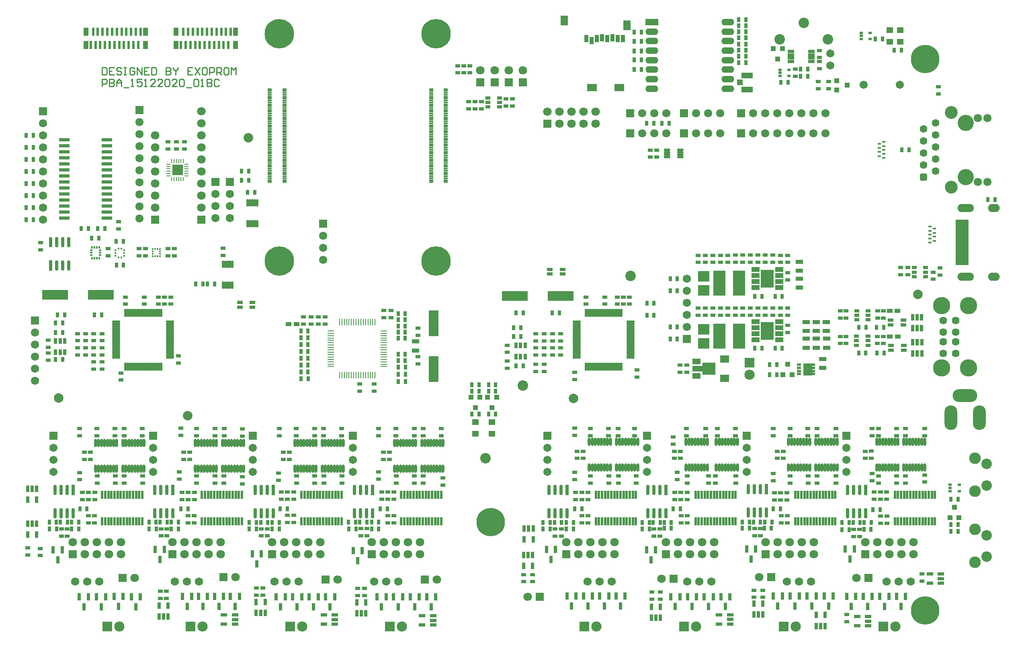
<source format=gts>
G04*
G04 #@! TF.GenerationSoftware,Altium Limited,Altium Designer,19.0.15 (446)*
G04*
G04 Layer_Color=8388736*
%FSLAX43Y43*%
%MOMM*%
G71*
G01*
G75*
%ADD13C,0.254*%
%ADD22R,0.279X1.462*%
%ADD28R,1.462X0.279*%
%ADD35R,0.813X1.499*%
%ADD41C,2.000*%
%ADD59R,0.600X0.300*%
%ADD60R,0.300X0.600*%
%ADD61R,0.305X0.457*%
%ADD62R,0.457X0.305*%
%ADD63R,0.300X0.300*%
%ADD64R,0.300X0.300*%
%ADD80R,0.808X0.225*%
%ADD81R,0.225X0.808*%
%ADD83R,2.134X5.537*%
%ADD84R,5.537X2.134*%
%ADD85R,0.803X1.103*%
%ADD86R,1.103X0.803*%
%ADD87R,1.153X0.903*%
%ADD88R,0.803X1.503*%
%ADD89R,0.803X0.403*%
%ADD90R,1.403X0.803*%
%ADD91R,0.803X1.403*%
%ADD92R,2.007X1.600*%
%ADD93R,1.600X2.108*%
%ADD94R,0.702X0.522*%
G04:AMPARAMS|DCode=95|XSize=1.603mm|YSize=0.503mm|CornerRadius=0.177mm|HoleSize=0mm|Usage=FLASHONLY|Rotation=90.000|XOffset=0mm|YOffset=0mm|HoleType=Round|Shape=RoundedRectangle|*
%AMROUNDEDRECTD95*
21,1,1.603,0.150,0,0,90.0*
21,1,1.250,0.503,0,0,90.0*
1,1,0.353,0.075,0.625*
1,1,0.353,0.075,-0.625*
1,1,0.353,-0.075,-0.625*
1,1,0.353,-0.075,0.625*
%
%ADD95ROUNDEDRECTD95*%
%ADD96R,0.503X1.753*%
%ADD97O,0.603X1.753*%
%ADD98R,1.303X0.803*%
%ADD99R,0.903X0.403*%
%ADD100C,2.203*%
%ADD101R,2.403X1.253*%
%ADD102R,1.253X1.203*%
%ADD103R,1.453X1.303*%
%ADD104R,1.003X1.003*%
%ADD105R,2.403X2.203*%
%ADD106R,1.503X0.903*%
G04:AMPARAMS|DCode=107|XSize=1.763mm|YSize=0.483mm|CornerRadius=0.137mm|HoleSize=0mm|Usage=FLASHONLY|Rotation=0.000|XOffset=0mm|YOffset=0mm|HoleType=Round|Shape=RoundedRectangle|*
%AMROUNDEDRECTD107*
21,1,1.763,0.210,0,0,0.0*
21,1,1.490,0.483,0,0,0.0*
1,1,0.273,0.745,-0.105*
1,1,0.273,-0.745,-0.105*
1,1,0.273,-0.745,0.105*
1,1,0.273,0.745,0.105*
%
%ADD107ROUNDEDRECTD107*%
G04:AMPARAMS|DCode=108|XSize=1.763mm|YSize=0.483mm|CornerRadius=0.137mm|HoleSize=0mm|Usage=FLASHONLY|Rotation=90.000|XOffset=0mm|YOffset=0mm|HoleType=Round|Shape=RoundedRectangle|*
%AMROUNDEDRECTD108*
21,1,1.763,0.210,0,0,90.0*
21,1,1.490,0.483,0,0,90.0*
1,1,0.273,0.105,0.745*
1,1,0.273,0.105,-0.745*
1,1,0.273,-0.105,-0.745*
1,1,0.273,-0.105,0.745*
%
%ADD108ROUNDEDRECTD108*%
%ADD109R,1.003X1.703*%
%ADD110R,0.603X1.703*%
%ADD111R,0.733X2.183*%
%ADD112O,0.733X2.183*%
%ADD113R,1.843X1.603*%
%ADD114R,2.803X0.503*%
%ADD115R,0.803X1.203*%
%ADD116R,1.003X0.753*%
%ADD117R,1.353X0.803*%
%ADD118R,1.353X0.653*%
%ADD119R,1.003X1.003*%
%ADD120R,0.903X0.623*%
%ADD121R,1.913X2.573*%
%ADD122R,1.703X1.203*%
%ADD123R,2.803X2.603*%
%ADD124R,2.403X1.203*%
%ADD125R,2.553X5.303*%
%ADD126R,1.708X1.005*%
%ADD127R,2.816X3.705*%
G04:AMPARAMS|DCode=128|XSize=1.323mm|YSize=0.473mm|CornerRadius=0.135mm|HoleSize=0mm|Usage=FLASHONLY|Rotation=180.000|XOffset=0mm|YOffset=0mm|HoleType=Round|Shape=RoundedRectangle|*
%AMROUNDEDRECTD128*
21,1,1.323,0.203,0,0,180.0*
21,1,1.053,0.473,0,0,180.0*
1,1,0.271,-0.526,0.101*
1,1,0.271,0.526,0.101*
1,1,0.271,0.526,-0.101*
1,1,0.271,-0.526,-0.101*
%
%ADD128ROUNDEDRECTD128*%
%ADD129R,2.184X0.762*%
%ADD130R,2.703X1.403*%
%ADD131O,2.703X1.403*%
%ADD132R,2.261X2.261*%
%ADD133C,1.723*%
%ADD134R,1.723X1.723*%
%ADD135C,2.153*%
%ADD136R,2.153X2.153*%
%ADD137R,2.153X2.153*%
%ADD138C,1.803*%
%ADD139R,1.803X1.803*%
%ADD140C,1.727*%
%ADD141R,1.711X1.711*%
%ADD142C,1.711*%
%ADD143O,2.703X5.203*%
%ADD144O,5.203X2.703*%
%ADD145C,6.000*%
%ADD146C,1.623*%
%ADD147C,3.653*%
%ADD148C,1.703*%
%ADD149O,3.503X1.703*%
%ADD150O,2.503X1.703*%
%ADD151R,1.723X1.723*%
%ADD152C,6.203*%
%ADD153R,1.803X1.803*%
%ADD154C,1.603*%
G04:AMPARAMS|DCode=155|XSize=1.603mm|YSize=1.603mm|CornerRadius=0.452mm|HoleSize=0mm|Usage=FLASHONLY|Rotation=270.000|XOffset=0mm|YOffset=0mm|HoleType=Round|Shape=RoundedRectangle|*
%AMROUNDEDRECTD155*
21,1,1.603,0.700,0,0,270.0*
21,1,0.700,1.603,0,0,270.0*
1,1,0.903,-0.350,-0.350*
1,1,0.903,-0.350,0.350*
1,1,0.903,0.350,0.350*
1,1,0.903,0.350,-0.350*
%
%ADD155ROUNDEDRECTD155*%
%ADD156C,2.703*%
%ADD157C,3.403*%
%ADD158C,2.453*%
D13*
X23159Y123829D02*
Y122305D01*
X23921D01*
X24175Y122559D01*
Y123575D01*
X23921Y123829D01*
X23159D01*
X25698D02*
X24683D01*
Y122305D01*
X25698D01*
X24683Y123067D02*
X25190D01*
X27222Y123575D02*
X26968Y123829D01*
X26460D01*
X26206Y123575D01*
Y123321D01*
X26460Y123067D01*
X26968D01*
X27222Y122813D01*
Y122559D01*
X26968Y122305D01*
X26460D01*
X26206Y122559D01*
X27730Y123829D02*
X28237D01*
X27984D01*
Y122305D01*
X27730D01*
X28237D01*
X30015Y123575D02*
X29761Y123829D01*
X29253D01*
X28999Y123575D01*
Y122559D01*
X29253Y122305D01*
X29761D01*
X30015Y122559D01*
Y123067D01*
X29507D01*
X30523Y122305D02*
Y123829D01*
X31538Y122305D01*
Y123829D01*
X33062D02*
X32046D01*
Y122305D01*
X33062D01*
X32046Y123067D02*
X32554D01*
X33570Y123829D02*
Y122305D01*
X34332D01*
X34585Y122559D01*
Y123575D01*
X34332Y123829D01*
X33570D01*
X36617D02*
Y122305D01*
X37379D01*
X37632Y122559D01*
Y122813D01*
X37379Y123067D01*
X36617D01*
X37379D01*
X37632Y123321D01*
Y123575D01*
X37379Y123829D01*
X36617D01*
X38140D02*
Y123575D01*
X38648Y123067D01*
X39156Y123575D01*
Y123829D01*
X38648Y123067D02*
Y122305D01*
X42203Y123829D02*
X41187D01*
Y122305D01*
X42203D01*
X41187Y123067D02*
X41695D01*
X42711Y123829D02*
X43726Y122305D01*
Y123829D02*
X42711Y122305D01*
X44996Y123829D02*
X44488D01*
X44234Y123575D01*
Y122559D01*
X44488Y122305D01*
X44996D01*
X45250Y122559D01*
Y123575D01*
X44996Y123829D01*
X45758Y122305D02*
Y123829D01*
X46520D01*
X46773Y123575D01*
Y123067D01*
X46520Y122813D01*
X45758D01*
X47281Y122305D02*
Y123829D01*
X48043D01*
X48297Y123575D01*
Y123067D01*
X48043Y122813D01*
X47281D01*
X47789D02*
X48297Y122305D01*
X49567Y123829D02*
X49059D01*
X48805Y123575D01*
Y122559D01*
X49059Y122305D01*
X49567D01*
X49821Y122559D01*
Y123575D01*
X49567Y123829D01*
X50328Y122305D02*
Y123829D01*
X50836Y123321D01*
X51344Y123829D01*
Y122305D01*
X23159Y119868D02*
Y121391D01*
X23921D01*
X24175Y121137D01*
Y120629D01*
X23921Y120375D01*
X23159D01*
X24683Y121391D02*
Y119868D01*
X25444D01*
X25698Y120121D01*
Y120375D01*
X25444Y120629D01*
X24683D01*
X25444D01*
X25698Y120883D01*
Y121137D01*
X25444Y121391D01*
X24683D01*
X26206Y119868D02*
Y120883D01*
X26714Y121391D01*
X27222Y120883D01*
Y119868D01*
Y120629D01*
X26206D01*
X27730Y119614D02*
X28745D01*
X29253Y119868D02*
X29761D01*
X29507D01*
Y121391D01*
X29253Y121137D01*
X31538Y121391D02*
X30523D01*
Y120629D01*
X31031Y120883D01*
X31285D01*
X31538Y120629D01*
Y120121D01*
X31285Y119868D01*
X30777D01*
X30523Y120121D01*
X32046Y119868D02*
X32554D01*
X32300D01*
Y121391D01*
X32046Y121137D01*
X34332Y119868D02*
X33316D01*
X34332Y120883D01*
Y121137D01*
X34078Y121391D01*
X33570D01*
X33316Y121137D01*
X35855Y119868D02*
X34839D01*
X35855Y120883D01*
Y121137D01*
X35601Y121391D01*
X35093D01*
X34839Y121137D01*
X36363D02*
X36617Y121391D01*
X37125D01*
X37379Y121137D01*
Y120121D01*
X37125Y119868D01*
X36617D01*
X36363Y120121D01*
Y121137D01*
X38902Y119868D02*
X37886D01*
X38902Y120883D01*
Y121137D01*
X38648Y121391D01*
X38140D01*
X37886Y121137D01*
X39410D02*
X39664Y121391D01*
X40172D01*
X40426Y121137D01*
Y120121D01*
X40172Y119868D01*
X39664D01*
X39410Y120121D01*
Y121137D01*
X40933Y119614D02*
X41949D01*
X42457Y121137D02*
X42711Y121391D01*
X43219D01*
X43473Y121137D01*
Y120121D01*
X43219Y119868D01*
X42711D01*
X42457Y120121D01*
Y121137D01*
X43980Y119868D02*
X44488D01*
X44234D01*
Y121391D01*
X43980Y121137D01*
X45250Y121391D02*
Y119868D01*
X46012D01*
X46266Y120121D01*
Y120375D01*
X46012Y120629D01*
X45250D01*
X46012D01*
X46266Y120883D01*
Y121137D01*
X46012Y121391D01*
X45250D01*
X47789Y121137D02*
X47535Y121391D01*
X47027D01*
X46773Y121137D01*
Y120121D01*
X47027Y119868D01*
X47535D01*
X47789Y120121D01*
D22*
X73662Y70185D02*
D03*
X74162D02*
D03*
X80662Y58958D02*
D03*
X80162D02*
D03*
X79662D02*
D03*
X79162D02*
D03*
X78662D02*
D03*
X78162D02*
D03*
X77662D02*
D03*
X77162D02*
D03*
X76662D02*
D03*
X76162D02*
D03*
X75662D02*
D03*
X75162D02*
D03*
X74662D02*
D03*
X74162D02*
D03*
X73662D02*
D03*
X73162D02*
D03*
Y70185D02*
D03*
X74662D02*
D03*
X75162D02*
D03*
X75662D02*
D03*
X76162D02*
D03*
X76662D02*
D03*
X77162D02*
D03*
X77662D02*
D03*
X78162D02*
D03*
X78662D02*
D03*
X79162D02*
D03*
X79662D02*
D03*
X80162D02*
D03*
X80662D02*
D03*
D28*
X82526Y68321D02*
D03*
Y67821D02*
D03*
Y67321D02*
D03*
Y66821D02*
D03*
Y66321D02*
D03*
Y65821D02*
D03*
Y65321D02*
D03*
Y64821D02*
D03*
Y64321D02*
D03*
Y63821D02*
D03*
Y63321D02*
D03*
Y62821D02*
D03*
Y62321D02*
D03*
Y61821D02*
D03*
Y61321D02*
D03*
Y60821D02*
D03*
X71299D02*
D03*
Y61321D02*
D03*
Y61821D02*
D03*
Y62321D02*
D03*
Y62821D02*
D03*
Y63321D02*
D03*
Y63821D02*
D03*
Y64321D02*
D03*
Y64821D02*
D03*
Y65321D02*
D03*
Y65821D02*
D03*
Y66321D02*
D03*
Y66821D02*
D03*
Y67321D02*
D03*
Y67821D02*
D03*
Y68321D02*
D03*
D35*
X132885Y129904D02*
D03*
X131785D02*
D03*
X130685Y130104D02*
D03*
X129585Y129904D02*
D03*
X128485Y130104D02*
D03*
X127385Y129904D02*
D03*
X126285Y129504D02*
D03*
X125185Y129904D02*
D03*
D41*
X14003Y54164D02*
D03*
X122450Y54071D02*
D03*
X195000Y76000D02*
D03*
X41154Y50447D02*
D03*
X54000Y109000D02*
D03*
D59*
X22691Y85300D02*
D03*
Y84800D02*
D03*
Y84300D02*
D03*
X20871Y85300D02*
D03*
Y84800D02*
D03*
Y84300D02*
D03*
D60*
X22531Y85960D02*
D03*
X21031D02*
D03*
X22031D02*
D03*
X21531D02*
D03*
X22531Y83640D02*
D03*
X21031D02*
D03*
X22031D02*
D03*
X21531D02*
D03*
D61*
X26581Y83836D02*
D03*
X27181D02*
D03*
Y85664D02*
D03*
X26581D02*
D03*
D62*
X27796Y84150D02*
D03*
Y84750D02*
D03*
Y85350D02*
D03*
X25967D02*
D03*
Y84750D02*
D03*
Y84150D02*
D03*
D63*
X33850Y84550D02*
D03*
Y85050D02*
D03*
Y85550D02*
D03*
X34350D02*
D03*
X35350Y85050D02*
D03*
Y84550D02*
D03*
Y84050D02*
D03*
X34850D02*
D03*
D64*
Y85550D02*
D03*
X35350D02*
D03*
X34350Y84050D02*
D03*
X33850D02*
D03*
D80*
X37135Y103475D02*
D03*
Y102975D02*
D03*
Y102475D02*
D03*
Y101975D02*
D03*
Y101475D02*
D03*
Y100975D02*
D03*
X40915D02*
D03*
Y101475D02*
D03*
Y101975D02*
D03*
Y102475D02*
D03*
Y102975D02*
D03*
Y103475D02*
D03*
D81*
X37775Y100335D02*
D03*
X38275D02*
D03*
X38775D02*
D03*
X39275D02*
D03*
X39775D02*
D03*
X40275D02*
D03*
Y104115D02*
D03*
X39775D02*
D03*
X39275D02*
D03*
X38775D02*
D03*
X38275D02*
D03*
X37775D02*
D03*
D83*
X92950Y60299D02*
D03*
Y69951D02*
D03*
D84*
X13198Y75925D02*
D03*
X22850D02*
D03*
X119726Y75700D02*
D03*
X110074D02*
D03*
D85*
X66527Y59643D02*
D03*
X65027D02*
D03*
X66527Y61086D02*
D03*
X65027D02*
D03*
X66527Y62529D02*
D03*
X65027D02*
D03*
X66527Y63972D02*
D03*
X65027D02*
D03*
X66527Y65414D02*
D03*
X65027D02*
D03*
X66527Y66857D02*
D03*
X65027D02*
D03*
X66527Y68300D02*
D03*
X65027D02*
D03*
X87021Y63375D02*
D03*
X85521D02*
D03*
X111875Y72100D02*
D03*
X110375D02*
D03*
X117950D02*
D03*
X119450D02*
D03*
X15250Y71700D02*
D03*
X13750D02*
D03*
X21550D02*
D03*
X23050D02*
D03*
X179050Y26400D02*
D03*
X180550D02*
D03*
X185150Y26500D02*
D03*
X183650D02*
D03*
X164150Y26700D02*
D03*
X162650D02*
D03*
X158050D02*
D03*
X159550D02*
D03*
X143050D02*
D03*
X141550D02*
D03*
X136950Y26600D02*
D03*
X138450D02*
D03*
X122450D02*
D03*
X120950D02*
D03*
X116050D02*
D03*
X117550D02*
D03*
X81429Y26589D02*
D03*
X79929D02*
D03*
X75150Y26605D02*
D03*
X76650D02*
D03*
X60450Y26550D02*
D03*
X58950D02*
D03*
X54150D02*
D03*
X55650D02*
D03*
X39210Y26600D02*
D03*
X37710D02*
D03*
X33050Y26577D02*
D03*
X34550D02*
D03*
X12050Y26600D02*
D03*
X13550D02*
D03*
X18196Y26589D02*
D03*
X16696D02*
D03*
X106050Y50800D02*
D03*
X104550D02*
D03*
X102521D02*
D03*
X101021D02*
D03*
X106050Y57000D02*
D03*
X104550D02*
D03*
X102550D02*
D03*
X101050D02*
D03*
X106050Y55600D02*
D03*
X104550D02*
D03*
X102533D02*
D03*
X101033D02*
D03*
X142825Y66601D02*
D03*
X144325D02*
D03*
X142825Y69141D02*
D03*
X144325D02*
D03*
X137925Y71608D02*
D03*
X139425D02*
D03*
X137925Y74148D02*
D03*
X139425D02*
D03*
X142825Y76761D02*
D03*
X144325D02*
D03*
X142825Y79301D02*
D03*
X144325D02*
D03*
X185153Y27950D02*
D03*
X183653D02*
D03*
X185550Y30650D02*
D03*
X187050D02*
D03*
X182849Y27950D02*
D03*
X181349D02*
D03*
X180550D02*
D03*
X179050D02*
D03*
X164250Y28000D02*
D03*
X162750D02*
D03*
X164575Y30800D02*
D03*
X166075D02*
D03*
X161850Y28000D02*
D03*
X160350D02*
D03*
X159550D02*
D03*
X158050D02*
D03*
X143050Y27950D02*
D03*
X141550D02*
D03*
X143445Y30800D02*
D03*
X144945D02*
D03*
X140750Y27950D02*
D03*
X139250D02*
D03*
X138450D02*
D03*
X136950D02*
D03*
X122450Y27900D02*
D03*
X120950D02*
D03*
X122710Y30800D02*
D03*
X124210D02*
D03*
X119950Y27900D02*
D03*
X118450D02*
D03*
X117550D02*
D03*
X116050D02*
D03*
X81429Y28000D02*
D03*
X79929D02*
D03*
X81750Y30800D02*
D03*
X83250D02*
D03*
X78950Y28000D02*
D03*
X77450D02*
D03*
X76550D02*
D03*
X75050D02*
D03*
X60450Y27900D02*
D03*
X58950D02*
D03*
X60650Y30800D02*
D03*
X62150D02*
D03*
X58050Y27900D02*
D03*
X56550D02*
D03*
X55650D02*
D03*
X54150D02*
D03*
X39210Y28000D02*
D03*
X37710D02*
D03*
X39750Y30800D02*
D03*
X41250D02*
D03*
X36850Y28000D02*
D03*
X35350D02*
D03*
X34522Y28000D02*
D03*
X33022D02*
D03*
X18196Y28000D02*
D03*
X16696D02*
D03*
X18450Y30800D02*
D03*
X19950D02*
D03*
X15850Y28000D02*
D03*
X14350D02*
D03*
X13522Y28000D02*
D03*
X12022D02*
D03*
X13350Y68000D02*
D03*
X14850D02*
D03*
X13350Y70000D02*
D03*
X14850D02*
D03*
Y62300D02*
D03*
X13350D02*
D03*
X109850Y67110D02*
D03*
X111350D02*
D03*
X109860Y68997D02*
D03*
X111360D02*
D03*
X111860Y60920D02*
D03*
X110360D02*
D03*
X182550Y69101D02*
D03*
X184050D02*
D03*
X187825Y69101D02*
D03*
X186325D02*
D03*
X85531Y60662D02*
D03*
X87031D02*
D03*
X182529Y63625D02*
D03*
X184029D02*
D03*
X187900D02*
D03*
X186400D02*
D03*
X42850Y78200D02*
D03*
X44350D02*
D03*
X45355D02*
D03*
X46855D02*
D03*
X87031Y59162D02*
D03*
X85531D02*
D03*
X87031Y57662D02*
D03*
X85531D02*
D03*
X52550Y102000D02*
D03*
X54050D02*
D03*
X55313Y97500D02*
D03*
X53813D02*
D03*
X54050Y100050D02*
D03*
X52550D02*
D03*
X87000Y62018D02*
D03*
X85500D02*
D03*
X65050Y58200D02*
D03*
X66550D02*
D03*
X87021Y66821D02*
D03*
X85521D02*
D03*
X87021Y68085D02*
D03*
X85521D02*
D03*
X87000Y71975D02*
D03*
X85500D02*
D03*
X87000Y69363D02*
D03*
X85500D02*
D03*
X87000Y70675D02*
D03*
X85500D02*
D03*
X22481Y87850D02*
D03*
X20981D02*
D03*
X27656Y82225D02*
D03*
X26156D02*
D03*
X27631Y87225D02*
D03*
X26131D02*
D03*
X170303Y123475D02*
D03*
X171803D02*
D03*
X170303Y121975D02*
D03*
X171803D02*
D03*
X167650Y120700D02*
D03*
X166150D02*
D03*
X163799Y61175D02*
D03*
X165299D02*
D03*
Y59100D02*
D03*
X163799D02*
D03*
X160675Y64675D02*
D03*
X162175D02*
D03*
X164925Y64675D02*
D03*
X166425D02*
D03*
X160675Y75577D02*
D03*
X162175D02*
D03*
X164925D02*
D03*
X166425D02*
D03*
X142600Y112120D02*
D03*
X141100D02*
D03*
X139350D02*
D03*
X137850D02*
D03*
X7175Y91720D02*
D03*
X8675D02*
D03*
X7175Y94260D02*
D03*
X8675D02*
D03*
X7175Y96800D02*
D03*
X8675D02*
D03*
X7175Y99340D02*
D03*
X8675D02*
D03*
X7175Y101880D02*
D03*
X8675D02*
D03*
X7175Y104420D02*
D03*
X8675D02*
D03*
X7175Y106960D02*
D03*
X8675D02*
D03*
X7175Y109500D02*
D03*
X8675D02*
D03*
X18750Y89900D02*
D03*
X20250D02*
D03*
X23750D02*
D03*
X22250D02*
D03*
X157250Y126200D02*
D03*
X158750D02*
D03*
X157250Y124900D02*
D03*
X158750D02*
D03*
X157250Y133925D02*
D03*
X158750D02*
D03*
X157250Y132675D02*
D03*
X158750D02*
D03*
X157250Y131400D02*
D03*
X158750D02*
D03*
X135250Y123400D02*
D03*
X136750D02*
D03*
X135250Y131325D02*
D03*
X136750D02*
D03*
X135250Y129325D02*
D03*
X136750D02*
D03*
X135250Y127325D02*
D03*
X136750D02*
D03*
X135250Y125450D02*
D03*
X136750D02*
D03*
X157250Y127500D02*
D03*
X158750D02*
D03*
X157250Y130100D02*
D03*
X158750D02*
D03*
X157250Y128800D02*
D03*
X158750D02*
D03*
X211250Y96000D02*
D03*
X209750D02*
D03*
X191661Y106462D02*
D03*
X193161D02*
D03*
X203475Y32795D02*
D03*
X201975D02*
D03*
X203475Y26075D02*
D03*
X201975D02*
D03*
X203475Y27525D02*
D03*
X201975D02*
D03*
X186050Y129850D02*
D03*
X187550D02*
D03*
X191550Y127475D02*
D03*
X190050D02*
D03*
D86*
X84013Y71136D02*
D03*
Y72636D02*
D03*
X139400Y25050D02*
D03*
X140650D02*
D03*
X160600Y25150D02*
D03*
X161800D02*
D03*
X185227Y41469D02*
D03*
Y42969D02*
D03*
X185400Y36750D02*
D03*
Y38250D02*
D03*
Y47750D02*
D03*
Y46250D02*
D03*
X183920Y41450D02*
D03*
Y42950D02*
D03*
X186700Y36250D02*
D03*
Y37750D02*
D03*
X186678Y46250D02*
D03*
Y47750D02*
D03*
X190525Y36250D02*
D03*
Y37750D02*
D03*
X190500Y46250D02*
D03*
Y47750D02*
D03*
X196488Y36450D02*
D03*
Y37950D02*
D03*
Y46250D02*
D03*
Y47750D02*
D03*
X192350Y36250D02*
D03*
Y37750D02*
D03*
Y46250D02*
D03*
Y47750D02*
D03*
X165375Y41450D02*
D03*
Y42950D02*
D03*
X164500Y38250D02*
D03*
Y36750D02*
D03*
Y47750D02*
D03*
Y46250D02*
D03*
X166619Y41450D02*
D03*
Y42950D02*
D03*
X168100Y36250D02*
D03*
Y37750D02*
D03*
Y46250D02*
D03*
Y47750D02*
D03*
X171900Y36250D02*
D03*
Y37750D02*
D03*
X171800Y46250D02*
D03*
Y47750D02*
D03*
X177700Y36250D02*
D03*
Y37750D02*
D03*
Y46250D02*
D03*
Y47750D02*
D03*
X173800Y36250D02*
D03*
Y37750D02*
D03*
Y46250D02*
D03*
Y47750D02*
D03*
X143700Y41450D02*
D03*
Y42950D02*
D03*
X144325Y38488D02*
D03*
Y36988D02*
D03*
X143418Y45950D02*
D03*
Y44450D02*
D03*
X145005Y41450D02*
D03*
Y42950D02*
D03*
X146400Y36250D02*
D03*
Y37750D02*
D03*
X146273Y46250D02*
D03*
Y47750D02*
D03*
X150875Y36250D02*
D03*
Y37750D02*
D03*
X150300Y46250D02*
D03*
Y47750D02*
D03*
X156700Y36250D02*
D03*
Y37750D02*
D03*
X156600Y46250D02*
D03*
Y47750D02*
D03*
X152300Y36250D02*
D03*
Y37750D02*
D03*
X152800Y46250D02*
D03*
Y47750D02*
D03*
X123200Y41450D02*
D03*
Y42950D02*
D03*
X122700Y38488D02*
D03*
Y36988D02*
D03*
Y47812D02*
D03*
Y46312D02*
D03*
X124500Y41450D02*
D03*
Y42950D02*
D03*
X126000Y36250D02*
D03*
Y37750D02*
D03*
Y46250D02*
D03*
Y47750D02*
D03*
X129900Y36250D02*
D03*
Y37750D02*
D03*
X129859Y46250D02*
D03*
Y47750D02*
D03*
X135700Y36250D02*
D03*
Y37750D02*
D03*
X135327Y47749D02*
D03*
Y46249D02*
D03*
X131900Y36250D02*
D03*
Y37750D02*
D03*
X131850Y46250D02*
D03*
Y47750D02*
D03*
X82400Y41250D02*
D03*
Y42750D02*
D03*
X81429Y38550D02*
D03*
Y37050D02*
D03*
X81417Y47750D02*
D03*
Y46250D02*
D03*
X83700Y41250D02*
D03*
Y42750D02*
D03*
X85100Y36250D02*
D03*
Y37750D02*
D03*
X85000Y46250D02*
D03*
Y47750D02*
D03*
X88900Y36250D02*
D03*
Y37750D02*
D03*
Y46250D02*
D03*
Y47750D02*
D03*
X94960Y35820D02*
D03*
Y37320D02*
D03*
X94625Y46250D02*
D03*
Y47750D02*
D03*
X90800Y36250D02*
D03*
Y37750D02*
D03*
Y46250D02*
D03*
Y47750D02*
D03*
X61300Y41250D02*
D03*
Y42750D02*
D03*
X60300Y38350D02*
D03*
Y36850D02*
D03*
X60500Y47750D02*
D03*
Y46250D02*
D03*
X62600Y41250D02*
D03*
Y42750D02*
D03*
X64100Y36250D02*
D03*
Y37750D02*
D03*
X64000Y46250D02*
D03*
Y47750D02*
D03*
X67900Y36250D02*
D03*
Y37750D02*
D03*
X67900Y46250D02*
D03*
Y47750D02*
D03*
X73700Y36250D02*
D03*
Y37750D02*
D03*
X73600Y46250D02*
D03*
Y47750D02*
D03*
X69900Y36250D02*
D03*
Y37750D02*
D03*
X69800Y46250D02*
D03*
Y47750D02*
D03*
X40300Y41250D02*
D03*
Y42750D02*
D03*
X39400Y38550D02*
D03*
Y37050D02*
D03*
X39700Y47812D02*
D03*
Y46312D02*
D03*
X41600Y41250D02*
D03*
Y42750D02*
D03*
X43000Y36250D02*
D03*
Y37750D02*
D03*
Y46250D02*
D03*
Y47750D02*
D03*
X46900Y36250D02*
D03*
Y37750D02*
D03*
Y46250D02*
D03*
Y47750D02*
D03*
X52700Y36078D02*
D03*
Y37578D02*
D03*
Y46150D02*
D03*
Y47650D02*
D03*
X48830Y36250D02*
D03*
Y37750D02*
D03*
X48889Y46250D02*
D03*
Y47750D02*
D03*
X19445Y41250D02*
D03*
Y42750D02*
D03*
X18400Y38450D02*
D03*
Y36950D02*
D03*
Y47750D02*
D03*
Y46250D02*
D03*
X20700Y41250D02*
D03*
Y42750D02*
D03*
X22100Y36250D02*
D03*
Y37750D02*
D03*
X22000Y46250D02*
D03*
Y47750D02*
D03*
X25908Y36250D02*
D03*
Y37750D02*
D03*
X25824Y46250D02*
D03*
Y47750D02*
D03*
X31700Y36250D02*
D03*
Y37750D02*
D03*
X31605Y46250D02*
D03*
Y47750D02*
D03*
X27811Y36250D02*
D03*
Y37750D02*
D03*
Y46250D02*
D03*
Y47750D02*
D03*
X181500Y26450D02*
D03*
Y24950D02*
D03*
X182700D02*
D03*
Y26450D02*
D03*
X188500Y27750D02*
D03*
Y29250D02*
D03*
X187150D02*
D03*
Y27750D02*
D03*
X185800Y34350D02*
D03*
Y32850D02*
D03*
X187100Y34350D02*
D03*
Y32850D02*
D03*
X188400Y34350D02*
D03*
Y32850D02*
D03*
X167500Y27850D02*
D03*
Y29350D02*
D03*
X166200D02*
D03*
Y27850D02*
D03*
X160600Y26650D02*
D03*
X161800D02*
D03*
X164800Y34150D02*
D03*
Y32650D02*
D03*
X166100Y34150D02*
D03*
Y32650D02*
D03*
X167400Y34150D02*
D03*
Y32650D02*
D03*
X143800Y34250D02*
D03*
Y32750D02*
D03*
X145100Y34250D02*
D03*
Y32750D02*
D03*
X146400Y34250D02*
D03*
Y32750D02*
D03*
X145143Y29325D02*
D03*
Y27825D02*
D03*
X146440D02*
D03*
Y29325D02*
D03*
X140650Y26550D02*
D03*
X139400D02*
D03*
X118600D02*
D03*
Y25050D02*
D03*
X119900D02*
D03*
Y26550D02*
D03*
X122900Y34250D02*
D03*
Y32750D02*
D03*
X124200Y34250D02*
D03*
Y32750D02*
D03*
X125500Y34250D02*
D03*
Y32750D02*
D03*
X84575Y27825D02*
D03*
Y29325D02*
D03*
X83300D02*
D03*
Y27825D02*
D03*
X77698Y26653D02*
D03*
Y25153D02*
D03*
X78950D02*
D03*
Y26653D02*
D03*
X82066Y34350D02*
D03*
Y32850D02*
D03*
X83300Y34350D02*
D03*
Y32850D02*
D03*
X84600Y34350D02*
D03*
Y32850D02*
D03*
X60900Y34350D02*
D03*
Y32850D02*
D03*
X62200Y34350D02*
D03*
Y32850D02*
D03*
X63500Y34350D02*
D03*
Y32850D02*
D03*
Y27950D02*
D03*
Y29450D02*
D03*
X62200D02*
D03*
Y27950D02*
D03*
X57935Y25104D02*
D03*
Y26604D02*
D03*
X56665D02*
D03*
Y25104D02*
D03*
X40000Y34250D02*
D03*
Y32750D02*
D03*
X41300Y34250D02*
D03*
Y32750D02*
D03*
X42600Y34250D02*
D03*
Y32750D02*
D03*
X41250Y29325D02*
D03*
Y27825D02*
D03*
X42500D02*
D03*
Y29325D02*
D03*
X35550Y26609D02*
D03*
Y25109D02*
D03*
X36800D02*
D03*
Y26609D02*
D03*
X19000Y34250D02*
D03*
Y32750D02*
D03*
X20300Y34250D02*
D03*
Y32750D02*
D03*
X21600Y34250D02*
D03*
Y32750D02*
D03*
X21550Y27825D02*
D03*
Y29325D02*
D03*
X20300D02*
D03*
Y27825D02*
D03*
X15800Y25077D02*
D03*
Y26577D02*
D03*
X14600D02*
D03*
Y25077D02*
D03*
X10100Y22450D02*
D03*
Y20950D02*
D03*
X7450Y21100D02*
D03*
Y22600D02*
D03*
X35439Y11934D02*
D03*
Y13434D02*
D03*
X36709D02*
D03*
Y11934D02*
D03*
X55679Y12636D02*
D03*
Y14136D02*
D03*
X56994Y14125D02*
D03*
Y12625D02*
D03*
X76950Y12501D02*
D03*
Y14001D02*
D03*
X138600Y104950D02*
D03*
Y106450D02*
D03*
X140000Y104950D02*
D03*
Y106450D02*
D03*
X109614Y115750D02*
D03*
Y117250D02*
D03*
X148673Y84252D02*
D03*
Y82752D02*
D03*
X150250Y84252D02*
D03*
Y82752D02*
D03*
X151827Y84252D02*
D03*
Y82752D02*
D03*
X153405Y84252D02*
D03*
Y82752D02*
D03*
X154982Y84252D02*
D03*
Y82752D02*
D03*
X148673Y73150D02*
D03*
Y71650D02*
D03*
X150250Y73150D02*
D03*
Y71650D02*
D03*
X151827Y73150D02*
D03*
Y71650D02*
D03*
X153405Y73150D02*
D03*
Y71650D02*
D03*
X154982Y73150D02*
D03*
Y71650D02*
D03*
X166023Y84250D02*
D03*
Y82750D02*
D03*
X174250Y127425D02*
D03*
Y125925D02*
D03*
Y123625D02*
D03*
Y125125D02*
D03*
X187724Y65652D02*
D03*
Y67152D02*
D03*
X187773Y71053D02*
D03*
Y72553D02*
D03*
X166023Y73150D02*
D03*
Y71650D02*
D03*
X116245Y63233D02*
D03*
Y64733D02*
D03*
Y66231D02*
D03*
Y67731D02*
D03*
X21400Y63250D02*
D03*
Y64750D02*
D03*
Y66250D02*
D03*
Y67750D02*
D03*
X195900Y17050D02*
D03*
Y15550D02*
D03*
X180032Y8500D02*
D03*
Y7000D02*
D03*
X162350Y12150D02*
D03*
Y13650D02*
D03*
X160500D02*
D03*
Y12150D02*
D03*
X140779Y11750D02*
D03*
Y13250D02*
D03*
X138929D02*
D03*
Y11750D02*
D03*
X113800Y16950D02*
D03*
Y15450D02*
D03*
X124200Y27850D02*
D03*
Y29350D02*
D03*
X125500D02*
D03*
Y27850D02*
D03*
X111950Y15450D02*
D03*
Y16950D02*
D03*
X78463Y12501D02*
D03*
Y14001D02*
D03*
X21400Y61750D02*
D03*
Y60250D02*
D03*
X23100Y61750D02*
D03*
Y60250D02*
D03*
X23100Y67750D02*
D03*
Y66250D02*
D03*
X18000Y66250D02*
D03*
Y67750D02*
D03*
X19700Y66250D02*
D03*
Y67750D02*
D03*
Y63250D02*
D03*
Y64750D02*
D03*
X18000D02*
D03*
Y63250D02*
D03*
X35000Y75450D02*
D03*
Y73950D02*
D03*
X37600Y75450D02*
D03*
Y73950D02*
D03*
X27123Y57950D02*
D03*
Y59450D02*
D03*
X32050Y75450D02*
D03*
Y73950D02*
D03*
X36300Y75450D02*
D03*
Y73950D02*
D03*
X39200Y61550D02*
D03*
Y63050D02*
D03*
X23100Y64750D02*
D03*
Y63250D02*
D03*
X28050Y75450D02*
D03*
Y73950D02*
D03*
X11800Y66350D02*
D03*
Y64850D02*
D03*
Y63650D02*
D03*
Y62150D02*
D03*
X114480Y61242D02*
D03*
Y59742D02*
D03*
X116245Y61242D02*
D03*
Y59742D02*
D03*
X119775Y67731D02*
D03*
Y66231D02*
D03*
X114480D02*
D03*
Y67731D02*
D03*
X118010Y66231D02*
D03*
Y67731D02*
D03*
Y63233D02*
D03*
Y64733D02*
D03*
X114480D02*
D03*
Y63233D02*
D03*
X131700Y75450D02*
D03*
Y73950D02*
D03*
X129050Y75450D02*
D03*
Y73950D02*
D03*
X134250Y75450D02*
D03*
Y73950D02*
D03*
X122670Y58100D02*
D03*
Y59600D02*
D03*
X125050Y75450D02*
D03*
Y73950D02*
D03*
X132975Y75450D02*
D03*
Y73950D02*
D03*
X135850Y58600D02*
D03*
Y60100D02*
D03*
X119775Y64733D02*
D03*
Y63233D02*
D03*
X108520Y63800D02*
D03*
Y65300D02*
D03*
X108510Y61970D02*
D03*
Y60470D02*
D03*
X186523Y71053D02*
D03*
Y72553D02*
D03*
X179899Y71053D02*
D03*
Y72553D02*
D03*
X178649Y71053D02*
D03*
Y72553D02*
D03*
X186474Y65652D02*
D03*
Y67152D02*
D03*
X179899Y65652D02*
D03*
Y67152D02*
D03*
X178649Y65652D02*
D03*
Y67152D02*
D03*
X48600Y85725D02*
D03*
Y84225D02*
D03*
X80472Y55650D02*
D03*
Y57150D02*
D03*
X82526Y72636D02*
D03*
Y71136D02*
D03*
X89700Y67375D02*
D03*
Y68875D02*
D03*
Y62875D02*
D03*
Y61375D02*
D03*
X77400Y55650D02*
D03*
Y57150D02*
D03*
X68708Y71267D02*
D03*
Y69767D02*
D03*
X70108Y71267D02*
D03*
Y69767D02*
D03*
X65587Y71267D02*
D03*
Y69767D02*
D03*
X67148Y71267D02*
D03*
Y69767D02*
D03*
X24400Y85650D02*
D03*
Y84150D02*
D03*
X10200Y85450D02*
D03*
Y86950D02*
D03*
X32300Y85650D02*
D03*
Y84150D02*
D03*
X30900D02*
D03*
Y85650D02*
D03*
X38400Y84150D02*
D03*
Y85650D02*
D03*
X37000Y84150D02*
D03*
Y85650D02*
D03*
X192865Y81650D02*
D03*
Y80150D02*
D03*
X191365D02*
D03*
Y81650D02*
D03*
X199650Y80100D02*
D03*
Y81600D02*
D03*
X198200Y80700D02*
D03*
Y79200D02*
D03*
X169152Y123475D02*
D03*
Y121975D02*
D03*
X101688Y116650D02*
D03*
Y115150D02*
D03*
X100339Y116650D02*
D03*
Y115150D02*
D03*
X103038Y116650D02*
D03*
Y115150D02*
D03*
X108214Y117250D02*
D03*
Y115750D02*
D03*
X174000Y119350D02*
D03*
Y120850D02*
D03*
X176200Y119350D02*
D03*
Y120850D02*
D03*
X144922Y61100D02*
D03*
Y59600D02*
D03*
X146322Y61100D02*
D03*
Y59600D02*
D03*
X162868Y73150D02*
D03*
Y71650D02*
D03*
X161291D02*
D03*
Y73150D02*
D03*
X167600Y68000D02*
D03*
Y69500D02*
D03*
X158136Y73150D02*
D03*
Y71650D02*
D03*
X164445D02*
D03*
Y73150D02*
D03*
X167600D02*
D03*
Y71650D02*
D03*
X156559D02*
D03*
Y73150D02*
D03*
X159714D02*
D03*
Y71650D02*
D03*
X162868Y84300D02*
D03*
Y82800D02*
D03*
X161291D02*
D03*
Y84300D02*
D03*
X167600Y79077D02*
D03*
Y80577D02*
D03*
X158136Y84275D02*
D03*
Y82775D02*
D03*
X164445Y82800D02*
D03*
Y84300D02*
D03*
X167600Y84250D02*
D03*
Y82750D02*
D03*
X156559Y82775D02*
D03*
Y84275D02*
D03*
X159714D02*
D03*
Y82775D02*
D03*
X26600Y89850D02*
D03*
Y91350D02*
D03*
X37000Y108200D02*
D03*
Y106700D02*
D03*
X38825Y108200D02*
D03*
Y106700D02*
D03*
X40500D02*
D03*
Y108200D02*
D03*
X199300Y119750D02*
D03*
Y118250D02*
D03*
X100650Y122725D02*
D03*
Y124225D02*
D03*
X99375Y122725D02*
D03*
Y124225D02*
D03*
X98100D02*
D03*
Y122725D02*
D03*
D87*
X62459Y69771D02*
D03*
X64109D02*
D03*
X189075Y72501D02*
D03*
X190725D02*
D03*
X189125Y67100D02*
D03*
X190775D02*
D03*
D88*
X27550Y12302D02*
D03*
X25650D02*
D03*
X26600Y10202D02*
D03*
X188897Y12350D02*
D03*
X186997D02*
D03*
X187947Y10250D02*
D03*
X181903Y12350D02*
D03*
X180003D02*
D03*
X180953Y10250D02*
D03*
X192394Y12350D02*
D03*
X190494D02*
D03*
X191444Y10250D02*
D03*
X173583Y12408D02*
D03*
X171683D02*
D03*
X172633Y10308D02*
D03*
X166450Y12408D02*
D03*
X164550D02*
D03*
X165500Y10308D02*
D03*
X151877Y12300D02*
D03*
X149977D02*
D03*
X150927Y10200D02*
D03*
X144850Y12300D02*
D03*
X142950D02*
D03*
X143900Y10200D02*
D03*
X129886Y12450D02*
D03*
X127986D02*
D03*
X128936Y10350D02*
D03*
X122994Y12450D02*
D03*
X121094D02*
D03*
X122044Y10350D02*
D03*
X89955Y12250D02*
D03*
X88055D02*
D03*
X89005Y10150D02*
D03*
X82973Y12250D02*
D03*
X81073D02*
D03*
X82023Y10150D02*
D03*
X61720Y12229D02*
D03*
X59820D02*
D03*
X60770Y10128D02*
D03*
X68661Y12229D02*
D03*
X66761D02*
D03*
X67711Y10128D02*
D03*
X42009Y12365D02*
D03*
X40109D02*
D03*
X41059Y10265D02*
D03*
X48740Y12365D02*
D03*
X46840D02*
D03*
X47790Y10265D02*
D03*
X20250Y12277D02*
D03*
X18350D02*
D03*
X19300Y10177D02*
D03*
X177150Y12408D02*
D03*
X175250D02*
D03*
X176200Y10308D02*
D03*
X155390Y12300D02*
D03*
X153490D02*
D03*
X154440Y10200D02*
D03*
X133332Y12450D02*
D03*
X131432D02*
D03*
X132382Y10350D02*
D03*
X93446Y12250D02*
D03*
X91546D02*
D03*
X92496Y10150D02*
D03*
X72132Y12229D02*
D03*
X70232D02*
D03*
X71182Y10128D02*
D03*
X52085Y12365D02*
D03*
X50185D02*
D03*
X51135Y10265D02*
D03*
X31200Y12277D02*
D03*
X29300D02*
D03*
X30250Y10177D02*
D03*
X185400Y12350D02*
D03*
X183500D02*
D03*
X184450Y10250D02*
D03*
X170017Y12408D02*
D03*
X168117D02*
D03*
X169067Y10308D02*
D03*
X148363Y12300D02*
D03*
X146463D02*
D03*
X147413Y10200D02*
D03*
X126440Y12450D02*
D03*
X124540D02*
D03*
X125490Y10350D02*
D03*
X86464Y12250D02*
D03*
X84564D02*
D03*
X85514Y10150D02*
D03*
X65191Y12229D02*
D03*
X63291D02*
D03*
X64241Y10128D02*
D03*
X45321Y12365D02*
D03*
X43421D02*
D03*
X44371Y10265D02*
D03*
X23896Y12277D02*
D03*
X21996D02*
D03*
X22946Y10177D02*
D03*
X12842Y22157D02*
D03*
X14742D02*
D03*
X117700Y20150D02*
D03*
X116750Y22250D02*
D03*
X118650D02*
D03*
X181624Y22350D02*
D03*
X179724D02*
D03*
X180674Y20250D02*
D03*
X160850Y22350D02*
D03*
X158950D02*
D03*
X159900Y20250D02*
D03*
X139750Y22150D02*
D03*
X137850D02*
D03*
X138800Y20050D02*
D03*
X77935Y22000D02*
D03*
X76035D02*
D03*
X76985Y19900D02*
D03*
X56700Y21300D02*
D03*
X54800D02*
D03*
X55750Y19200D02*
D03*
X36250Y22250D02*
D03*
X34350D02*
D03*
X35300Y20150D02*
D03*
X13792Y20057D02*
D03*
D89*
X198475Y89007D02*
D03*
Y88207D02*
D03*
Y89907D02*
D03*
Y87307D02*
D03*
X197525Y87807D02*
D03*
Y88607D02*
D03*
Y89407D02*
D03*
Y86907D02*
D03*
Y90307D02*
D03*
X186875Y106075D02*
D03*
Y106875D02*
D03*
Y105175D02*
D03*
Y107775D02*
D03*
X187825Y107275D02*
D03*
Y106475D02*
D03*
Y105675D02*
D03*
Y108175D02*
D03*
Y104775D02*
D03*
D90*
X184550Y6170D02*
D03*
Y7120D02*
D03*
Y8070D02*
D03*
X182250D02*
D03*
Y6170D02*
D03*
X199850Y15150D02*
D03*
Y16100D02*
D03*
Y17050D02*
D03*
X197550D02*
D03*
Y15150D02*
D03*
X155440Y6530D02*
D03*
Y7480D02*
D03*
Y8430D02*
D03*
X153140D02*
D03*
Y6530D02*
D03*
X92870Y6350D02*
D03*
Y7300D02*
D03*
Y8250D02*
D03*
X90570D02*
D03*
Y6350D02*
D03*
X72180Y6510D02*
D03*
Y7460D02*
D03*
Y8410D02*
D03*
X69880D02*
D03*
Y6510D02*
D03*
X51130D02*
D03*
Y7460D02*
D03*
Y8410D02*
D03*
X48830D02*
D03*
Y6510D02*
D03*
D91*
X173560Y6110D02*
D03*
X174510D02*
D03*
X175460D02*
D03*
Y8410D02*
D03*
X173560D02*
D03*
X160450Y8500D02*
D03*
X161400D02*
D03*
X162350D02*
D03*
Y10800D02*
D03*
X160450D02*
D03*
X138879Y7850D02*
D03*
X139829D02*
D03*
X140779D02*
D03*
Y10150D02*
D03*
X138879D02*
D03*
X113850Y21050D02*
D03*
X112900D02*
D03*
X111950D02*
D03*
Y18750D02*
D03*
X113850D02*
D03*
X113950Y26672D02*
D03*
X113000D02*
D03*
X112050D02*
D03*
Y24372D02*
D03*
X113950D02*
D03*
X76800Y8750D02*
D03*
X77750D02*
D03*
X78700D02*
D03*
Y11050D02*
D03*
X76800D02*
D03*
X55600Y8850D02*
D03*
X56550D02*
D03*
X57500D02*
D03*
Y11150D02*
D03*
X55600D02*
D03*
X35143Y8121D02*
D03*
X36093D02*
D03*
X37043D02*
D03*
Y10421D02*
D03*
X35143D02*
D03*
X9350Y35050D02*
D03*
X8400D02*
D03*
X7450D02*
D03*
Y32750D02*
D03*
X9350D02*
D03*
Y27700D02*
D03*
X8400D02*
D03*
X7450D02*
D03*
Y25400D02*
D03*
X9350D02*
D03*
X193875Y68925D02*
D03*
X194825D02*
D03*
X195775D02*
D03*
Y71225D02*
D03*
X194825D02*
D03*
X193875D02*
D03*
X193925Y63600D02*
D03*
X194875D02*
D03*
X195825D02*
D03*
Y65900D02*
D03*
X194875D02*
D03*
X193925D02*
D03*
D92*
X126375Y119604D02*
D03*
X132075D02*
D03*
D93*
X120525Y133754D02*
D03*
X133675Y132754D02*
D03*
D94*
X167850Y123375D02*
D03*
Y122075D02*
D03*
X165950D02*
D03*
Y122725D02*
D03*
Y123375D02*
D03*
X184954Y131150D02*
D03*
Y129850D02*
D03*
X183054D02*
D03*
Y130500D02*
D03*
Y131150D02*
D03*
X203700Y35850D02*
D03*
Y34550D02*
D03*
X201800D02*
D03*
Y35200D02*
D03*
Y35850D02*
D03*
D95*
X49100Y82350D02*
D03*
X49600D02*
D03*
X54800Y95300D02*
D03*
X54300D02*
D03*
X55800D02*
D03*
X55300D02*
D03*
X49600Y77950D02*
D03*
X50100D02*
D03*
X48600D02*
D03*
X49100D02*
D03*
X50600D02*
D03*
Y82350D02*
D03*
X50100D02*
D03*
X48600D02*
D03*
X53800Y90900D02*
D03*
X54300D02*
D03*
X54800D02*
D03*
X55300D02*
D03*
X55800D02*
D03*
X53800Y95300D02*
D03*
D96*
X198605Y33800D02*
D03*
X197955D02*
D03*
X197305D02*
D03*
X196655D02*
D03*
X196005D02*
D03*
X195355D02*
D03*
X194705D02*
D03*
X194055D02*
D03*
X193405D02*
D03*
X192755D02*
D03*
X192105D02*
D03*
X191455D02*
D03*
X190805D02*
D03*
X190155D02*
D03*
X198605Y28200D02*
D03*
X197955D02*
D03*
X197305D02*
D03*
X196655D02*
D03*
X196005D02*
D03*
X195355D02*
D03*
X194705D02*
D03*
X194055D02*
D03*
X193405D02*
D03*
X192755D02*
D03*
X192105D02*
D03*
X191455D02*
D03*
X190805D02*
D03*
X190155D02*
D03*
X177605Y33800D02*
D03*
X176955D02*
D03*
X176305D02*
D03*
X175655D02*
D03*
X175005D02*
D03*
X174355D02*
D03*
X173705D02*
D03*
X173055D02*
D03*
X172405D02*
D03*
X171755D02*
D03*
X171105D02*
D03*
X170455D02*
D03*
X169805D02*
D03*
X169155D02*
D03*
X177605Y28200D02*
D03*
X176955D02*
D03*
X176305D02*
D03*
X175655D02*
D03*
X175005D02*
D03*
X174355D02*
D03*
X173705D02*
D03*
X173055D02*
D03*
X172405D02*
D03*
X171755D02*
D03*
X171105D02*
D03*
X170455D02*
D03*
X169805D02*
D03*
X169155D02*
D03*
X156605Y33800D02*
D03*
X155955D02*
D03*
X155305D02*
D03*
X154655D02*
D03*
X154005D02*
D03*
X153355D02*
D03*
X152705D02*
D03*
X152055D02*
D03*
X151405D02*
D03*
X150755D02*
D03*
X150105D02*
D03*
X149455D02*
D03*
X148805D02*
D03*
X148155D02*
D03*
X156605Y28200D02*
D03*
X155955D02*
D03*
X155305D02*
D03*
X154655D02*
D03*
X154005D02*
D03*
X153355D02*
D03*
X152705D02*
D03*
X152055D02*
D03*
X151405D02*
D03*
X150755D02*
D03*
X150105D02*
D03*
X149455D02*
D03*
X148805D02*
D03*
X148155D02*
D03*
X135605Y33800D02*
D03*
X134955D02*
D03*
X134305D02*
D03*
X133655D02*
D03*
X133005D02*
D03*
X132355D02*
D03*
X131705D02*
D03*
X131055D02*
D03*
X130405D02*
D03*
X129755D02*
D03*
X129105D02*
D03*
X128455D02*
D03*
X127805D02*
D03*
X127155D02*
D03*
X135605Y28200D02*
D03*
X134955D02*
D03*
X134305D02*
D03*
X133655D02*
D03*
X133005D02*
D03*
X132355D02*
D03*
X131705D02*
D03*
X131055D02*
D03*
X130405D02*
D03*
X129755D02*
D03*
X129105D02*
D03*
X128455D02*
D03*
X127805D02*
D03*
X127155D02*
D03*
X94605Y33800D02*
D03*
X93955D02*
D03*
X93305D02*
D03*
X92655D02*
D03*
X92005D02*
D03*
X91355D02*
D03*
X90705D02*
D03*
X90055D02*
D03*
X89405D02*
D03*
X88755D02*
D03*
X88105D02*
D03*
X87455D02*
D03*
X86805D02*
D03*
X86155D02*
D03*
X94605Y28200D02*
D03*
X93955D02*
D03*
X93305D02*
D03*
X92655D02*
D03*
X92005D02*
D03*
X91355D02*
D03*
X90705D02*
D03*
X90055D02*
D03*
X89405D02*
D03*
X88755D02*
D03*
X88105D02*
D03*
X87455D02*
D03*
X86805D02*
D03*
X86155D02*
D03*
X73605Y33800D02*
D03*
X72955D02*
D03*
X72305D02*
D03*
X71655D02*
D03*
X71005D02*
D03*
X70355D02*
D03*
X69705D02*
D03*
X69055D02*
D03*
X68405D02*
D03*
X67755D02*
D03*
X67105D02*
D03*
X66455D02*
D03*
X65805D02*
D03*
X65155D02*
D03*
X73605Y28200D02*
D03*
X72955D02*
D03*
X72305D02*
D03*
X71655D02*
D03*
X71005D02*
D03*
X70355D02*
D03*
X69705D02*
D03*
X69055D02*
D03*
X68405D02*
D03*
X67755D02*
D03*
X67105D02*
D03*
X66455D02*
D03*
X65805D02*
D03*
X65155D02*
D03*
X52605Y33800D02*
D03*
X51955D02*
D03*
X51305D02*
D03*
X50655D02*
D03*
X50005D02*
D03*
X49355D02*
D03*
X48705D02*
D03*
X48055D02*
D03*
X47405D02*
D03*
X46755D02*
D03*
X46105D02*
D03*
X45455D02*
D03*
X44805D02*
D03*
X44155D02*
D03*
X52605Y28200D02*
D03*
X51955D02*
D03*
X51305D02*
D03*
X50655D02*
D03*
X50005D02*
D03*
X49355D02*
D03*
X48705D02*
D03*
X48055D02*
D03*
X47405D02*
D03*
X46755D02*
D03*
X46105D02*
D03*
X45455D02*
D03*
X44805D02*
D03*
X44155D02*
D03*
X31605Y33800D02*
D03*
X30955D02*
D03*
X30305D02*
D03*
X29655D02*
D03*
X29005D02*
D03*
X28355D02*
D03*
X27705D02*
D03*
X27055D02*
D03*
X26405D02*
D03*
X25755D02*
D03*
X25105D02*
D03*
X24455D02*
D03*
X23805D02*
D03*
X23155D02*
D03*
X31605Y28200D02*
D03*
X30955D02*
D03*
X30305D02*
D03*
X29655D02*
D03*
X29005D02*
D03*
X28355D02*
D03*
X27705D02*
D03*
X27055D02*
D03*
X26405D02*
D03*
X25755D02*
D03*
X25105D02*
D03*
X24455D02*
D03*
X23805D02*
D03*
X23155D02*
D03*
D97*
X192043Y39500D02*
D03*
X192678D02*
D03*
X193313D02*
D03*
X193948D02*
D03*
X194583D02*
D03*
X195218D02*
D03*
X195853D02*
D03*
X196488D02*
D03*
X192043Y44900D02*
D03*
X192678D02*
D03*
X193313D02*
D03*
X193948D02*
D03*
X194583D02*
D03*
X195218D02*
D03*
X195853D02*
D03*
X196488D02*
D03*
X173518Y39500D02*
D03*
X174152D02*
D03*
X174788D02*
D03*
X175423D02*
D03*
X176057D02*
D03*
X176693D02*
D03*
X177327D02*
D03*
X177962D02*
D03*
X173518Y44900D02*
D03*
X174152D02*
D03*
X174788D02*
D03*
X175423D02*
D03*
X176057D02*
D03*
X176693D02*
D03*
X177327D02*
D03*
X177962D02*
D03*
X152518Y39500D02*
D03*
X153152D02*
D03*
X153788D02*
D03*
X154423D02*
D03*
X155057D02*
D03*
X155693D02*
D03*
X156327D02*
D03*
X156962D02*
D03*
X152518Y44900D02*
D03*
X153152D02*
D03*
X153788D02*
D03*
X154423D02*
D03*
X155057D02*
D03*
X155693D02*
D03*
X156327D02*
D03*
X156962D02*
D03*
X131518Y39500D02*
D03*
X132152D02*
D03*
X132788D02*
D03*
X133423D02*
D03*
X134057D02*
D03*
X134693D02*
D03*
X135327D02*
D03*
X135962D02*
D03*
X131518Y44900D02*
D03*
X132152D02*
D03*
X132788D02*
D03*
X133423D02*
D03*
X134057D02*
D03*
X134693D02*
D03*
X135327D02*
D03*
X135962D02*
D03*
X90518Y39300D02*
D03*
X91152D02*
D03*
X91787D02*
D03*
X92423D02*
D03*
X93058D02*
D03*
X93692D02*
D03*
X94327D02*
D03*
X94963D02*
D03*
X90518Y44700D02*
D03*
X91152D02*
D03*
X91787D02*
D03*
X92423D02*
D03*
X93058D02*
D03*
X93692D02*
D03*
X94327D02*
D03*
X94963D02*
D03*
X69518Y39300D02*
D03*
X70152D02*
D03*
X70787D02*
D03*
X71423D02*
D03*
X72058D02*
D03*
X72692D02*
D03*
X73327D02*
D03*
X73963D02*
D03*
X69518Y44700D02*
D03*
X70152D02*
D03*
X70787D02*
D03*
X71423D02*
D03*
X72058D02*
D03*
X72692D02*
D03*
X73327D02*
D03*
X73963D02*
D03*
X48518Y39300D02*
D03*
X49153D02*
D03*
X49787D02*
D03*
X50423D02*
D03*
X51057D02*
D03*
X51693D02*
D03*
X52327D02*
D03*
X52963D02*
D03*
X48518Y44700D02*
D03*
X49153D02*
D03*
X49787D02*
D03*
X50423D02*
D03*
X51057D02*
D03*
X51693D02*
D03*
X52327D02*
D03*
X52963D02*
D03*
X27517Y39300D02*
D03*
X28153D02*
D03*
X28788D02*
D03*
X29423D02*
D03*
X30058D02*
D03*
X30692D02*
D03*
X31327D02*
D03*
X31962D02*
D03*
X27517Y44700D02*
D03*
X28153D02*
D03*
X28788D02*
D03*
X29423D02*
D03*
X30058D02*
D03*
X30692D02*
D03*
X31327D02*
D03*
X31962D02*
D03*
X190822Y44900D02*
D03*
X190188D02*
D03*
X189553D02*
D03*
X188917D02*
D03*
X188283D02*
D03*
X187648D02*
D03*
X187012D02*
D03*
X186378D02*
D03*
X190822Y39500D02*
D03*
X190188D02*
D03*
X189553D02*
D03*
X188917D02*
D03*
X188283D02*
D03*
X187648D02*
D03*
X187012D02*
D03*
X186378D02*
D03*
X172223Y44900D02*
D03*
X171587D02*
D03*
X170952D02*
D03*
X170318D02*
D03*
X169682D02*
D03*
X169048D02*
D03*
X168413D02*
D03*
X167777D02*
D03*
X172223Y39500D02*
D03*
X171587D02*
D03*
X170952D02*
D03*
X170318D02*
D03*
X169682D02*
D03*
X169048D02*
D03*
X168413D02*
D03*
X167777D02*
D03*
X150622Y44900D02*
D03*
X149988D02*
D03*
X149352D02*
D03*
X148717D02*
D03*
X148083D02*
D03*
X147447D02*
D03*
X146812D02*
D03*
X146178D02*
D03*
X150622Y39500D02*
D03*
X149988D02*
D03*
X149352D02*
D03*
X148717D02*
D03*
X148083D02*
D03*
X147447D02*
D03*
X146812D02*
D03*
X146178D02*
D03*
X130202Y44900D02*
D03*
X129567D02*
D03*
X128932D02*
D03*
X128297D02*
D03*
X127662D02*
D03*
X127027D02*
D03*
X126392D02*
D03*
X125757D02*
D03*
X130202Y39500D02*
D03*
X129567D02*
D03*
X128932D02*
D03*
X128297D02*
D03*
X127662D02*
D03*
X127027D02*
D03*
X126392D02*
D03*
X125757D02*
D03*
X89223Y44700D02*
D03*
X88588D02*
D03*
X87952D02*
D03*
X87317D02*
D03*
X86683D02*
D03*
X86048D02*
D03*
X85412D02*
D03*
X84777D02*
D03*
X89223Y39300D02*
D03*
X88588D02*
D03*
X87952D02*
D03*
X87317D02*
D03*
X86683D02*
D03*
X86048D02*
D03*
X85412D02*
D03*
X84777D02*
D03*
X68223Y44700D02*
D03*
X67588D02*
D03*
X66952D02*
D03*
X66317D02*
D03*
X65683D02*
D03*
X65048D02*
D03*
X64412D02*
D03*
X63778D02*
D03*
X68223Y39300D02*
D03*
X67588D02*
D03*
X66952D02*
D03*
X66317D02*
D03*
X65683D02*
D03*
X65048D02*
D03*
X64412D02*
D03*
X63778D02*
D03*
X47222Y44700D02*
D03*
X46588D02*
D03*
X45952D02*
D03*
X45318D02*
D03*
X44682D02*
D03*
X44048D02*
D03*
X43412D02*
D03*
X42778D02*
D03*
X47222Y39300D02*
D03*
X46588D02*
D03*
X45952D02*
D03*
X45318D02*
D03*
X44682D02*
D03*
X44048D02*
D03*
X43412D02*
D03*
X42778D02*
D03*
X26222Y44700D02*
D03*
X25587D02*
D03*
X24952D02*
D03*
X24317D02*
D03*
X23683D02*
D03*
X23048D02*
D03*
X22413D02*
D03*
X21778D02*
D03*
X26222Y39300D02*
D03*
X25587D02*
D03*
X24952D02*
D03*
X24317D02*
D03*
X23683D02*
D03*
X23048D02*
D03*
X22413D02*
D03*
X21778D02*
D03*
D98*
X189325Y65250D02*
D03*
Y64250D02*
D03*
X192025Y65250D02*
D03*
Y64250D02*
D03*
X52140Y73300D02*
D03*
X54840D02*
D03*
Y74300D02*
D03*
X52140D02*
D03*
X117450Y80300D02*
D03*
X120150D02*
D03*
Y81300D02*
D03*
X117450D02*
D03*
X189275Y69575D02*
D03*
X191975D02*
D03*
Y70575D02*
D03*
X189275D02*
D03*
D99*
X58460Y114500D02*
D03*
Y114900D02*
D03*
Y116900D02*
D03*
Y117300D02*
D03*
X61540Y103700D02*
D03*
Y104100D02*
D03*
Y104900D02*
D03*
Y105300D02*
D03*
Y107300D02*
D03*
Y107700D02*
D03*
Y106100D02*
D03*
Y106500D02*
D03*
Y99700D02*
D03*
X58460D02*
D03*
X61540Y100100D02*
D03*
X58460D02*
D03*
X61540Y100500D02*
D03*
X58460D02*
D03*
X61540Y100900D02*
D03*
X58460D02*
D03*
X61540Y101300D02*
D03*
X58460D02*
D03*
X61540Y101700D02*
D03*
X58460D02*
D03*
X61540Y102100D02*
D03*
X58460D02*
D03*
X61540Y102500D02*
D03*
X58460D02*
D03*
X61540Y102900D02*
D03*
X58460D02*
D03*
X61540Y103300D02*
D03*
X58460D02*
D03*
Y103700D02*
D03*
Y104100D02*
D03*
X61540Y104500D02*
D03*
X58460D02*
D03*
Y104900D02*
D03*
Y105300D02*
D03*
X61540Y105700D02*
D03*
X58460D02*
D03*
Y106100D02*
D03*
Y106500D02*
D03*
X61540Y106900D02*
D03*
X58460D02*
D03*
Y107300D02*
D03*
Y107700D02*
D03*
X61540Y108100D02*
D03*
X58460D02*
D03*
X61540Y108500D02*
D03*
X58460D02*
D03*
X61540Y108900D02*
D03*
X58460D02*
D03*
X61540Y109300D02*
D03*
X58460D02*
D03*
X61540Y109700D02*
D03*
X58460D02*
D03*
X61540Y110100D02*
D03*
X58460D02*
D03*
X61540Y110500D02*
D03*
X58460D02*
D03*
X61540Y110900D02*
D03*
X58460D02*
D03*
X61540Y111300D02*
D03*
X58460D02*
D03*
X61540Y111700D02*
D03*
X58460D02*
D03*
X61540Y112100D02*
D03*
X58460D02*
D03*
X61540Y112500D02*
D03*
X58460D02*
D03*
X61540Y112900D02*
D03*
X58460D02*
D03*
X61540Y113300D02*
D03*
X58460D02*
D03*
X61540Y113700D02*
D03*
X58460D02*
D03*
X61540Y114100D02*
D03*
X58460D02*
D03*
X61540Y114500D02*
D03*
Y114900D02*
D03*
Y115300D02*
D03*
X58460D02*
D03*
X61540Y115700D02*
D03*
X58460D02*
D03*
X61540Y116100D02*
D03*
X58460D02*
D03*
X61540Y116500D02*
D03*
X58460D02*
D03*
X61540Y116900D02*
D03*
Y117300D02*
D03*
Y117700D02*
D03*
X58460D02*
D03*
X61540Y118100D02*
D03*
X58460D02*
D03*
X61540Y118500D02*
D03*
X58460D02*
D03*
X61540Y118900D02*
D03*
X58460D02*
D03*
X61540Y119300D02*
D03*
X58460D02*
D03*
X95540Y99700D02*
D03*
X92460D02*
D03*
X95540Y100100D02*
D03*
X92460D02*
D03*
X95540Y100500D02*
D03*
X92460D02*
D03*
X95540Y100900D02*
D03*
X92460D02*
D03*
X95540Y101300D02*
D03*
X92460D02*
D03*
X95540Y101700D02*
D03*
X92460D02*
D03*
X95540Y102100D02*
D03*
X92460D02*
D03*
X95540Y102500D02*
D03*
X92460D02*
D03*
X95540Y102900D02*
D03*
X92460D02*
D03*
X95540Y103300D02*
D03*
X92460D02*
D03*
X95540Y103700D02*
D03*
X92460D02*
D03*
X95540Y104100D02*
D03*
X92460D02*
D03*
X95540Y104500D02*
D03*
X92460D02*
D03*
X95540Y104900D02*
D03*
X92460D02*
D03*
X95540Y105300D02*
D03*
X92460D02*
D03*
X95540Y105700D02*
D03*
X92460D02*
D03*
X95540Y106100D02*
D03*
X92460D02*
D03*
X95540Y106500D02*
D03*
X92460D02*
D03*
X95540Y106900D02*
D03*
X92460D02*
D03*
X95540Y107300D02*
D03*
X92460D02*
D03*
X95540Y107700D02*
D03*
X92460D02*
D03*
X95540Y108100D02*
D03*
X92460D02*
D03*
X95540Y108500D02*
D03*
X92460D02*
D03*
X95540Y108900D02*
D03*
X92460D02*
D03*
X95540Y109300D02*
D03*
X92460D02*
D03*
X95540Y109700D02*
D03*
X92460D02*
D03*
X95540Y110100D02*
D03*
X92460D02*
D03*
X95540Y110500D02*
D03*
X92460D02*
D03*
X95540Y110900D02*
D03*
X92460D02*
D03*
X95540Y111300D02*
D03*
X92460D02*
D03*
X95540Y111700D02*
D03*
X92460D02*
D03*
X95540Y112100D02*
D03*
X92460D02*
D03*
X95540Y112500D02*
D03*
X92460D02*
D03*
X95540Y112900D02*
D03*
X92460D02*
D03*
X95540Y113300D02*
D03*
X92460D02*
D03*
X95540Y113700D02*
D03*
X92460D02*
D03*
X95540Y114100D02*
D03*
X92460D02*
D03*
X95540Y114500D02*
D03*
X92460D02*
D03*
X95540Y114900D02*
D03*
X92460D02*
D03*
X95540Y115300D02*
D03*
X92460D02*
D03*
X95540Y115700D02*
D03*
X92460D02*
D03*
X95540Y116100D02*
D03*
X92460D02*
D03*
X95540Y116500D02*
D03*
X92460D02*
D03*
X95540Y116900D02*
D03*
X92460D02*
D03*
X95540Y117300D02*
D03*
X92460D02*
D03*
X95540Y117700D02*
D03*
X92460D02*
D03*
X95540Y118100D02*
D03*
X92460D02*
D03*
X95540Y118500D02*
D03*
X92460D02*
D03*
X95540Y118900D02*
D03*
X92460D02*
D03*
X95540Y119300D02*
D03*
X92460D02*
D03*
D100*
X103900Y41500D02*
D03*
X111800Y56800D02*
D03*
X134444Y79923D02*
D03*
X171000Y133250D02*
D03*
X165920Y129750D02*
D03*
X176080D02*
D03*
X209500Y20750D02*
D03*
Y25250D02*
D03*
Y35750D02*
D03*
Y40250D02*
D03*
D101*
X159000Y122175D02*
D03*
Y119225D02*
D03*
D102*
X157475Y120700D02*
D03*
D103*
X105300Y46600D02*
D03*
Y49100D02*
D03*
X101783Y46600D02*
D03*
Y49100D02*
D03*
X189125Y131750D02*
D03*
Y129250D02*
D03*
X191300Y131750D02*
D03*
Y129250D02*
D03*
D104*
X106250Y54300D02*
D03*
X104350D02*
D03*
X105300Y52100D02*
D03*
X102733Y54300D02*
D03*
X100833D02*
D03*
X101783Y52100D02*
D03*
X166450Y127867D02*
D03*
X164550D02*
D03*
X165500Y125667D02*
D03*
X166599Y59100D02*
D03*
X168499D02*
D03*
X167549Y61300D02*
D03*
X201775Y28925D02*
D03*
X203675D02*
D03*
X202725Y31125D02*
D03*
D105*
X149850Y68650D02*
D03*
Y65650D02*
D03*
Y76850D02*
D03*
Y79850D02*
D03*
D106*
X175775Y64764D02*
D03*
Y66664D02*
D03*
X175750Y70175D02*
D03*
Y68275D02*
D03*
X173600Y70175D02*
D03*
Y68275D02*
D03*
X173625Y64764D02*
D03*
Y66664D02*
D03*
X171500Y64764D02*
D03*
Y66664D02*
D03*
Y70175D02*
D03*
Y68275D02*
D03*
X170000Y82875D02*
D03*
Y80975D02*
D03*
Y77450D02*
D03*
Y79350D02*
D03*
X89200Y66075D02*
D03*
Y64175D02*
D03*
X174950Y60500D02*
D03*
Y62400D02*
D03*
D107*
X26120Y66730D02*
D03*
Y67230D02*
D03*
Y70230D02*
D03*
Y69730D02*
D03*
Y69230D02*
D03*
Y68730D02*
D03*
Y68230D02*
D03*
Y67730D02*
D03*
Y66230D02*
D03*
Y65730D02*
D03*
Y65230D02*
D03*
Y64730D02*
D03*
Y64230D02*
D03*
Y63730D02*
D03*
Y63230D02*
D03*
Y62730D02*
D03*
X37480D02*
D03*
Y63230D02*
D03*
Y63730D02*
D03*
Y64230D02*
D03*
Y64730D02*
D03*
Y65230D02*
D03*
Y65730D02*
D03*
Y66230D02*
D03*
Y66730D02*
D03*
Y67230D02*
D03*
Y67730D02*
D03*
Y68230D02*
D03*
Y68730D02*
D03*
Y69230D02*
D03*
Y69730D02*
D03*
Y70230D02*
D03*
X134480D02*
D03*
Y69730D02*
D03*
Y69230D02*
D03*
Y68730D02*
D03*
Y68230D02*
D03*
Y67730D02*
D03*
Y67230D02*
D03*
Y66730D02*
D03*
Y66230D02*
D03*
Y65730D02*
D03*
Y65230D02*
D03*
Y64730D02*
D03*
Y64230D02*
D03*
Y63730D02*
D03*
Y63230D02*
D03*
Y62730D02*
D03*
X123120D02*
D03*
Y63230D02*
D03*
Y63730D02*
D03*
Y64230D02*
D03*
Y64730D02*
D03*
Y65230D02*
D03*
Y65730D02*
D03*
Y66230D02*
D03*
Y66730D02*
D03*
Y67230D02*
D03*
Y67730D02*
D03*
Y68230D02*
D03*
Y68730D02*
D03*
Y69230D02*
D03*
Y69730D02*
D03*
Y70230D02*
D03*
D108*
X28050Y60800D02*
D03*
X28550D02*
D03*
X29050D02*
D03*
X29550D02*
D03*
X30050D02*
D03*
X30550D02*
D03*
X31050D02*
D03*
X31550D02*
D03*
X32050D02*
D03*
X32550D02*
D03*
X33050D02*
D03*
X33550D02*
D03*
X34050D02*
D03*
X34550D02*
D03*
X35050D02*
D03*
X35550D02*
D03*
Y72160D02*
D03*
X35050D02*
D03*
X34550D02*
D03*
X34050D02*
D03*
X33550D02*
D03*
X33050D02*
D03*
X32550D02*
D03*
X32050D02*
D03*
X31550D02*
D03*
X31050D02*
D03*
X30550D02*
D03*
X30050D02*
D03*
X29550D02*
D03*
X29050D02*
D03*
X28550D02*
D03*
X28050D02*
D03*
X125050D02*
D03*
X125550D02*
D03*
X126050D02*
D03*
X126550D02*
D03*
X127050D02*
D03*
X127550D02*
D03*
X128050D02*
D03*
X128550D02*
D03*
X129050D02*
D03*
X129550D02*
D03*
X130050D02*
D03*
X130550D02*
D03*
X131050D02*
D03*
X131550D02*
D03*
X132050D02*
D03*
X132550D02*
D03*
Y60800D02*
D03*
X132050D02*
D03*
X131550D02*
D03*
X131050D02*
D03*
X130550D02*
D03*
X130050D02*
D03*
X129550D02*
D03*
X129050D02*
D03*
X128550D02*
D03*
X128050D02*
D03*
X127550D02*
D03*
X127050D02*
D03*
X126550D02*
D03*
X126050D02*
D03*
X125550D02*
D03*
X125050D02*
D03*
D109*
X51250Y128600D02*
D03*
Y131400D02*
D03*
X38750D02*
D03*
Y128600D02*
D03*
X19750D02*
D03*
Y131400D02*
D03*
X32250D02*
D03*
Y128600D02*
D03*
D110*
X48250Y131400D02*
D03*
X47750Y128600D02*
D03*
X45750D02*
D03*
X46250Y131400D02*
D03*
X43750Y128600D02*
D03*
X44250Y131400D02*
D03*
X41250D02*
D03*
X40750Y128600D02*
D03*
X40250Y131400D02*
D03*
X39750Y128600D02*
D03*
X42250Y131400D02*
D03*
X41750Y128600D02*
D03*
X43250Y131400D02*
D03*
X42750Y128600D02*
D03*
X45250Y131400D02*
D03*
X44750Y128600D02*
D03*
X46750D02*
D03*
X47250Y131400D02*
D03*
X48750Y128600D02*
D03*
X49750D02*
D03*
X49250Y131400D02*
D03*
X50250D02*
D03*
X31250D02*
D03*
X30250D02*
D03*
X30750Y128600D02*
D03*
X29750D02*
D03*
X28250Y131400D02*
D03*
X27750Y128600D02*
D03*
X25750D02*
D03*
X26250Y131400D02*
D03*
X23750Y128600D02*
D03*
X24250Y131400D02*
D03*
X22750Y128600D02*
D03*
X23250Y131400D02*
D03*
X20750Y128600D02*
D03*
X21250Y131400D02*
D03*
X21750Y128600D02*
D03*
X22250Y131400D02*
D03*
X25250D02*
D03*
X24750Y128600D02*
D03*
X27250Y131400D02*
D03*
X26750Y128600D02*
D03*
X28750D02*
D03*
X29250Y131400D02*
D03*
D111*
X12276Y82085D02*
D03*
X17005Y34790D02*
D03*
X38005D02*
D03*
X59205D02*
D03*
X80105D02*
D03*
X121105D02*
D03*
X141905D02*
D03*
X163074Y34965D02*
D03*
X184004Y34790D02*
D03*
D112*
X13546Y82085D02*
D03*
X14816D02*
D03*
X16086D02*
D03*
X12276Y87015D02*
D03*
X13546D02*
D03*
X14816D02*
D03*
X16086D02*
D03*
X13195Y29860D02*
D03*
X14465D02*
D03*
X15735D02*
D03*
X17005D02*
D03*
X13195Y34790D02*
D03*
X14465D02*
D03*
X15735D02*
D03*
X36735D02*
D03*
X35465D02*
D03*
X34195D02*
D03*
X38005Y29860D02*
D03*
X36735D02*
D03*
X35465D02*
D03*
X34195D02*
D03*
X55395D02*
D03*
X56665D02*
D03*
X57935D02*
D03*
X59205D02*
D03*
X55395Y34790D02*
D03*
X56665D02*
D03*
X57935D02*
D03*
X78835D02*
D03*
X77565D02*
D03*
X76295D02*
D03*
X80105Y29860D02*
D03*
X78835D02*
D03*
X77565D02*
D03*
X76295D02*
D03*
X117295D02*
D03*
X118565D02*
D03*
X119835D02*
D03*
X121105D02*
D03*
X117295Y34790D02*
D03*
X118565D02*
D03*
X119835D02*
D03*
X140635D02*
D03*
X139365D02*
D03*
X138095D02*
D03*
X141905Y29860D02*
D03*
X140635D02*
D03*
X139365D02*
D03*
X138095D02*
D03*
X159264Y30035D02*
D03*
X160533D02*
D03*
X161803D02*
D03*
X163074D02*
D03*
X159264Y34965D02*
D03*
X160533D02*
D03*
X161803D02*
D03*
X182734Y34790D02*
D03*
X181464D02*
D03*
X180194D02*
D03*
X184004Y29860D02*
D03*
X182734D02*
D03*
X181464D02*
D03*
X180194D02*
D03*
D113*
X154315Y62365D02*
D03*
Y58335D02*
D03*
D114*
X204300Y88475D02*
D03*
Y91475D02*
D03*
Y87475D02*
D03*
Y87975D02*
D03*
Y88975D02*
D03*
Y89475D02*
D03*
Y89975D02*
D03*
Y90475D02*
D03*
Y90975D02*
D03*
Y86975D02*
D03*
Y86475D02*
D03*
Y85975D02*
D03*
Y85475D02*
D03*
Y84975D02*
D03*
Y84475D02*
D03*
Y83975D02*
D03*
Y83475D02*
D03*
Y82975D02*
D03*
Y82475D02*
D03*
D115*
X13350Y63800D02*
D03*
X14300D02*
D03*
X15250D02*
D03*
Y66200D02*
D03*
X14300D02*
D03*
X13350D02*
D03*
X110370Y62900D02*
D03*
X111320D02*
D03*
X112270D02*
D03*
Y65300D02*
D03*
X111320D02*
D03*
X110370D02*
D03*
D116*
X184524Y72550D02*
D03*
X182124Y72550D02*
D03*
Y71600D02*
D03*
Y70650D02*
D03*
X184524D02*
D03*
Y71600D02*
D03*
X184499Y67200D02*
D03*
X182099Y67200D02*
D03*
Y66250D02*
D03*
Y65300D02*
D03*
X184499D02*
D03*
Y66250D02*
D03*
X196665Y81650D02*
D03*
X194265Y81650D02*
D03*
Y80700D02*
D03*
Y79750D02*
D03*
X196665D02*
D03*
Y80700D02*
D03*
X106839Y117449D02*
D03*
X104438Y117449D02*
D03*
Y116499D02*
D03*
Y115549D02*
D03*
X106839D02*
D03*
Y116499D02*
D03*
D117*
X168225Y127221D02*
D03*
Y125136D02*
D03*
X172575Y127221D02*
D03*
Y125136D02*
D03*
D118*
X168225Y126496D02*
D03*
Y125862D02*
D03*
X172575Y126496D02*
D03*
Y125862D02*
D03*
D119*
X177950Y121050D02*
D03*
Y119150D02*
D03*
X180150Y120100D02*
D03*
D120*
X169924Y61175D02*
D03*
Y60525D02*
D03*
Y59875D02*
D03*
Y59225D02*
D03*
X172924D02*
D03*
Y59875D02*
D03*
Y60525D02*
D03*
Y61175D02*
D03*
D121*
X171824Y60200D02*
D03*
D122*
X148372Y61850D02*
D03*
Y58850D02*
D03*
D123*
X151022Y60350D02*
D03*
D124*
X148722D02*
D03*
D125*
X153225Y67250D02*
D03*
X157375D02*
D03*
X153225Y78400D02*
D03*
X157375D02*
D03*
D126*
X160835Y70245D02*
D03*
Y68975D02*
D03*
Y67705D02*
D03*
Y66435D02*
D03*
X165765Y70245D02*
D03*
Y68975D02*
D03*
Y67705D02*
D03*
Y66435D02*
D03*
X160835Y81230D02*
D03*
Y79960D02*
D03*
Y78690D02*
D03*
Y77420D02*
D03*
X165765Y81230D02*
D03*
Y79960D02*
D03*
Y78690D02*
D03*
Y77420D02*
D03*
D127*
X163300Y68340D02*
D03*
Y79325D02*
D03*
D128*
X142195Y104975D02*
D03*
Y105475D02*
D03*
Y105975D02*
D03*
Y106475D02*
D03*
X145005D02*
D03*
Y105975D02*
D03*
Y105475D02*
D03*
Y104975D02*
D03*
D129*
X24190Y108605D02*
D03*
Y107335D02*
D03*
Y106065D02*
D03*
Y104795D02*
D03*
Y103525D02*
D03*
Y102255D02*
D03*
Y100985D02*
D03*
Y99715D02*
D03*
Y98445D02*
D03*
Y97175D02*
D03*
Y95905D02*
D03*
Y94635D02*
D03*
Y93365D02*
D03*
Y92095D02*
D03*
X15160D02*
D03*
Y93365D02*
D03*
Y94635D02*
D03*
Y95905D02*
D03*
Y97175D02*
D03*
Y98445D02*
D03*
Y99715D02*
D03*
Y100985D02*
D03*
Y102255D02*
D03*
Y103525D02*
D03*
Y104795D02*
D03*
Y106065D02*
D03*
Y107335D02*
D03*
Y108605D02*
D03*
D130*
X139000Y133400D02*
D03*
D131*
Y131400D02*
D03*
Y129400D02*
D03*
Y127400D02*
D03*
Y125400D02*
D03*
Y123400D02*
D03*
Y121400D02*
D03*
Y119400D02*
D03*
X155000Y133400D02*
D03*
Y131400D02*
D03*
Y129400D02*
D03*
Y127400D02*
D03*
Y125400D02*
D03*
Y123400D02*
D03*
Y121400D02*
D03*
Y119400D02*
D03*
D132*
X39025Y102225D02*
D03*
D133*
X69720Y88380D02*
D03*
Y85840D02*
D03*
Y83300D02*
D03*
D03*
Y85840D02*
D03*
Y88380D02*
D03*
X9000Y60320D02*
D03*
Y62860D02*
D03*
X50100Y97170D02*
D03*
Y94630D02*
D03*
Y92090D02*
D03*
D03*
Y94630D02*
D03*
Y97170D02*
D03*
X9000Y57780D02*
D03*
Y67940D02*
D03*
Y65400D02*
D03*
X146300Y79301D02*
D03*
Y76761D02*
D03*
Y74221D02*
D03*
Y69141D02*
D03*
Y71681D02*
D03*
X148280Y110000D02*
D03*
X150820D02*
D03*
X153360D02*
D03*
D03*
X150820D02*
D03*
X148280D02*
D03*
X170500Y114200D02*
D03*
X167960D02*
D03*
X165420D02*
D03*
X160340D02*
D03*
X162880D02*
D03*
X173040D02*
D03*
X175580D02*
D03*
X170500Y110000D02*
D03*
X167960D02*
D03*
X165420D02*
D03*
X160340D02*
D03*
X162880D02*
D03*
X173040D02*
D03*
X175580D02*
D03*
X136905D02*
D03*
X139445D02*
D03*
X141985D02*
D03*
D03*
X139445D02*
D03*
X136905D02*
D03*
X148280Y114200D02*
D03*
X150820D02*
D03*
X153360D02*
D03*
D03*
X150820D02*
D03*
X148280D02*
D03*
X136905D02*
D03*
X139445D02*
D03*
X141985D02*
D03*
D03*
X139445D02*
D03*
X136905D02*
D03*
X10675Y91720D02*
D03*
Y94260D02*
D03*
Y96800D02*
D03*
Y101880D02*
D03*
Y104420D02*
D03*
Y106960D02*
D03*
Y112040D02*
D03*
Y109500D02*
D03*
Y99340D02*
D03*
X31000Y92000D02*
D03*
Y94540D02*
D03*
Y97080D02*
D03*
Y102160D02*
D03*
Y104700D02*
D03*
Y107240D02*
D03*
Y112320D02*
D03*
Y109780D02*
D03*
Y99620D02*
D03*
X207640Y113200D02*
D03*
Y99750D02*
D03*
X209670Y113200D02*
D03*
Y99750D02*
D03*
X47050Y97170D02*
D03*
Y94630D02*
D03*
Y92090D02*
D03*
D03*
Y94630D02*
D03*
Y97170D02*
D03*
D134*
X69720Y90920D02*
D03*
D03*
X50100Y99710D02*
D03*
D03*
X9000Y70480D02*
D03*
X146300Y66601D02*
D03*
X10675Y114580D02*
D03*
X31000Y114860D02*
D03*
X47050Y99710D02*
D03*
D03*
D135*
X159500Y59080D02*
D03*
X26763Y6000D02*
D03*
X44270D02*
D03*
X86270D02*
D03*
X127270D02*
D03*
X148270D02*
D03*
X169270D02*
D03*
X190270D02*
D03*
X65270D02*
D03*
D136*
X159500Y61620D02*
D03*
D137*
X24223Y6000D02*
D03*
X41730D02*
D03*
X83730D02*
D03*
X124730D02*
D03*
X145730D02*
D03*
X166730D02*
D03*
X187730D02*
D03*
X62730D02*
D03*
D138*
X182082Y16200D02*
D03*
X161583Y16400D02*
D03*
X141030Y16100D02*
D03*
X112796Y12246D02*
D03*
X93627Y15900D02*
D03*
X72770D02*
D03*
X51265Y16400D02*
D03*
X30022Y16200D02*
D03*
X16920Y23770D02*
D03*
X19460Y21230D02*
D03*
Y23770D02*
D03*
X22000Y21230D02*
D03*
Y23770D02*
D03*
X24540Y21230D02*
D03*
X27080D02*
D03*
X24540Y23770D02*
D03*
X27080D02*
D03*
X37920D02*
D03*
X40460Y21230D02*
D03*
Y23770D02*
D03*
X43000Y21230D02*
D03*
Y23770D02*
D03*
X45540Y21230D02*
D03*
X48080D02*
D03*
X45540Y23770D02*
D03*
X48080D02*
D03*
X58920D02*
D03*
X61460Y21230D02*
D03*
Y23770D02*
D03*
X64000Y21230D02*
D03*
Y23770D02*
D03*
X66540Y21230D02*
D03*
X69080D02*
D03*
X66540Y23770D02*
D03*
X69080D02*
D03*
X79920D02*
D03*
X82460Y21230D02*
D03*
Y23770D02*
D03*
X85000Y21230D02*
D03*
Y23770D02*
D03*
X87540Y21230D02*
D03*
X90080D02*
D03*
X87540Y23770D02*
D03*
X90080D02*
D03*
X120920D02*
D03*
X123460Y21230D02*
D03*
Y23770D02*
D03*
X126000Y21230D02*
D03*
Y23770D02*
D03*
X128540Y21230D02*
D03*
X131080D02*
D03*
X128540Y23770D02*
D03*
X131080D02*
D03*
X141920D02*
D03*
X144460Y21230D02*
D03*
Y23770D02*
D03*
X147000Y21230D02*
D03*
Y23770D02*
D03*
X149540Y21230D02*
D03*
X152080D02*
D03*
X149540Y23770D02*
D03*
X152080D02*
D03*
X162920D02*
D03*
X165460Y21230D02*
D03*
Y23770D02*
D03*
X168000Y21230D02*
D03*
Y23770D02*
D03*
X170540Y21230D02*
D03*
X173080D02*
D03*
X170540Y23770D02*
D03*
X173080D02*
D03*
X183920D02*
D03*
X186460Y21230D02*
D03*
Y23770D02*
D03*
X189000Y21230D02*
D03*
Y23770D02*
D03*
X191540Y21230D02*
D03*
X194080D02*
D03*
X191540Y23770D02*
D03*
X194080D02*
D03*
X44025Y109580D02*
D03*
Y107040D02*
D03*
Y101960D02*
D03*
Y96880D02*
D03*
Y94340D02*
D03*
Y99420D02*
D03*
Y104500D02*
D03*
Y112120D02*
D03*
Y114660D02*
D03*
X34275Y104500D02*
D03*
Y99420D02*
D03*
Y94340D02*
D03*
Y96880D02*
D03*
Y101960D02*
D03*
Y107040D02*
D03*
Y109580D02*
D03*
X116980Y114500D02*
D03*
X119520Y111960D02*
D03*
Y114500D02*
D03*
X122060Y111960D02*
D03*
Y114500D02*
D03*
X124600Y111960D02*
D03*
X127140D02*
D03*
X124600Y114500D02*
D03*
X127140D02*
D03*
X105825Y123270D02*
D03*
X102825D02*
D03*
X108825D02*
D03*
X111825D02*
D03*
D139*
X184622Y16200D02*
D03*
X164123Y16400D02*
D03*
X143570Y16100D02*
D03*
X115336Y12246D02*
D03*
X91087Y15900D02*
D03*
X70230D02*
D03*
X48725Y16400D02*
D03*
X27482Y16200D02*
D03*
X16920Y21230D02*
D03*
X37920D02*
D03*
X58920D02*
D03*
X79920D02*
D03*
X120920D02*
D03*
X141920D02*
D03*
X162920D02*
D03*
X183920D02*
D03*
X116980Y111960D02*
D03*
D140*
X193520Y15500D02*
D03*
X190980D02*
D03*
X188440D02*
D03*
X172520D02*
D03*
X169980D02*
D03*
X167440D02*
D03*
X151520D02*
D03*
X148980D02*
D03*
X146440D02*
D03*
X130520D02*
D03*
X127980D02*
D03*
X125440D02*
D03*
X85540D02*
D03*
X83000D02*
D03*
X80460D02*
D03*
X64540D02*
D03*
X62000D02*
D03*
X59460D02*
D03*
X43540D02*
D03*
X41000D02*
D03*
X38460D02*
D03*
X22540D02*
D03*
X20000D02*
D03*
X17460D02*
D03*
D141*
X179934Y46250D02*
D03*
X158934D02*
D03*
X137934D02*
D03*
X116934D02*
D03*
X75934D02*
D03*
X54933D02*
D03*
X33933D02*
D03*
X12934D02*
D03*
D142*
X179934Y43710D02*
D03*
Y38630D02*
D03*
Y41170D02*
D03*
X158934Y43710D02*
D03*
Y38630D02*
D03*
Y41170D02*
D03*
X137934Y43710D02*
D03*
Y38630D02*
D03*
Y41170D02*
D03*
X116934Y43710D02*
D03*
Y38630D02*
D03*
Y41170D02*
D03*
X75934Y43710D02*
D03*
Y38630D02*
D03*
Y41170D02*
D03*
X54933Y43710D02*
D03*
Y38630D02*
D03*
Y41170D02*
D03*
X33933Y43710D02*
D03*
Y38630D02*
D03*
Y41170D02*
D03*
X12934Y43710D02*
D03*
Y38630D02*
D03*
Y41170D02*
D03*
D143*
X201950Y50000D02*
D03*
X208000D02*
D03*
D144*
X204950Y54700D02*
D03*
D145*
X105000Y28000D02*
D03*
X196500Y9400D02*
D03*
Y125600D02*
D03*
D146*
X200390Y63550D02*
D03*
Y70550D02*
D03*
Y68050D02*
D03*
Y66050D02*
D03*
X203010Y68050D02*
D03*
Y66050D02*
D03*
Y70550D02*
D03*
Y63550D02*
D03*
D147*
X200040Y60480D02*
D03*
Y73620D02*
D03*
X205720D02*
D03*
Y60480D02*
D03*
D148*
X176550Y124305D02*
D03*
Y126845D02*
D03*
X183600Y120200D02*
D03*
X191200D02*
D03*
D149*
X205060Y79725D02*
D03*
Y94225D02*
D03*
D150*
X211020D02*
D03*
Y79725D02*
D03*
D151*
X145740Y110000D02*
D03*
D03*
X157800Y114200D02*
D03*
Y110000D02*
D03*
X134365D02*
D03*
D03*
X145740Y114200D02*
D03*
D03*
X134365D02*
D03*
D03*
D152*
X60500Y131000D02*
D03*
X93500D02*
D03*
Y83000D02*
D03*
X60500D02*
D03*
D153*
X44025Y91800D02*
D03*
X34275D02*
D03*
X105825Y120730D02*
D03*
X102825D02*
D03*
X108825D02*
D03*
X111825D02*
D03*
D154*
X198750Y112190D02*
D03*
Y109650D02*
D03*
Y107110D02*
D03*
Y104570D02*
D03*
Y102030D02*
D03*
X196210Y110920D02*
D03*
Y108380D02*
D03*
Y105840D02*
D03*
Y103300D02*
D03*
D155*
Y100760D02*
D03*
D156*
X202050Y98600D02*
D03*
Y114350D02*
D03*
D157*
X205100Y112190D02*
D03*
Y100760D02*
D03*
D158*
X207000Y26500D02*
D03*
Y19500D02*
D03*
Y41500D02*
D03*
Y34500D02*
D03*
M02*

</source>
